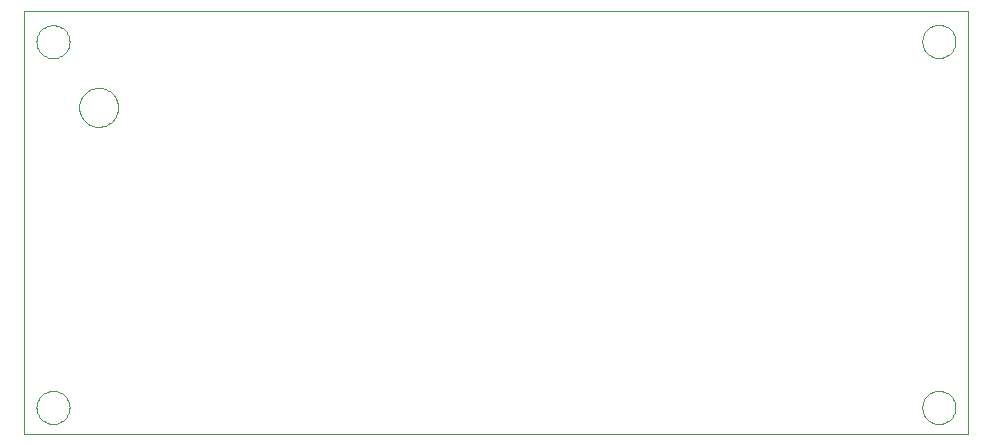
<source format=gbp>
G75*
%MOIN*%
%OFA0B0*%
%FSLAX24Y24*%
%IPPOS*%
%LPD*%
%AMOC8*
5,1,8,0,0,1.08239X$1,22.5*
%
%ADD10C,0.0000*%
D10*
X001150Y000844D02*
X001150Y014964D01*
X032642Y014964D01*
X032642Y000844D01*
X001150Y000844D01*
X001579Y001744D02*
X001581Y001791D01*
X001587Y001837D01*
X001597Y001883D01*
X001610Y001928D01*
X001628Y001971D01*
X001649Y002013D01*
X001673Y002053D01*
X001701Y002090D01*
X001732Y002125D01*
X001766Y002158D01*
X001802Y002187D01*
X001841Y002213D01*
X001882Y002236D01*
X001925Y002255D01*
X001969Y002271D01*
X002014Y002283D01*
X002060Y002291D01*
X002107Y002295D01*
X002153Y002295D01*
X002200Y002291D01*
X002246Y002283D01*
X002291Y002271D01*
X002335Y002255D01*
X002378Y002236D01*
X002419Y002213D01*
X002458Y002187D01*
X002494Y002158D01*
X002528Y002125D01*
X002559Y002090D01*
X002587Y002053D01*
X002611Y002013D01*
X002632Y001971D01*
X002650Y001928D01*
X002663Y001883D01*
X002673Y001837D01*
X002679Y001791D01*
X002681Y001744D01*
X002679Y001697D01*
X002673Y001651D01*
X002663Y001605D01*
X002650Y001560D01*
X002632Y001517D01*
X002611Y001475D01*
X002587Y001435D01*
X002559Y001398D01*
X002528Y001363D01*
X002494Y001330D01*
X002458Y001301D01*
X002419Y001275D01*
X002378Y001252D01*
X002335Y001233D01*
X002291Y001217D01*
X002246Y001205D01*
X002200Y001197D01*
X002153Y001193D01*
X002107Y001193D01*
X002060Y001197D01*
X002014Y001205D01*
X001969Y001217D01*
X001925Y001233D01*
X001882Y001252D01*
X001841Y001275D01*
X001802Y001301D01*
X001766Y001330D01*
X001732Y001363D01*
X001701Y001398D01*
X001673Y001435D01*
X001649Y001475D01*
X001628Y001517D01*
X001610Y001560D01*
X001597Y001605D01*
X001587Y001651D01*
X001581Y001697D01*
X001579Y001744D01*
X003000Y011744D02*
X003002Y011794D01*
X003008Y011844D01*
X003018Y011894D01*
X003031Y011942D01*
X003048Y011990D01*
X003069Y012036D01*
X003093Y012080D01*
X003121Y012122D01*
X003152Y012162D01*
X003186Y012199D01*
X003223Y012234D01*
X003262Y012265D01*
X003303Y012294D01*
X003347Y012319D01*
X003393Y012341D01*
X003440Y012359D01*
X003488Y012373D01*
X003537Y012384D01*
X003587Y012391D01*
X003637Y012394D01*
X003688Y012393D01*
X003738Y012388D01*
X003788Y012379D01*
X003836Y012367D01*
X003884Y012350D01*
X003930Y012330D01*
X003975Y012307D01*
X004018Y012280D01*
X004058Y012250D01*
X004096Y012217D01*
X004131Y012181D01*
X004164Y012142D01*
X004193Y012101D01*
X004219Y012058D01*
X004242Y012013D01*
X004261Y011966D01*
X004276Y011918D01*
X004288Y011869D01*
X004296Y011819D01*
X004300Y011769D01*
X004300Y011719D01*
X004296Y011669D01*
X004288Y011619D01*
X004276Y011570D01*
X004261Y011522D01*
X004242Y011475D01*
X004219Y011430D01*
X004193Y011387D01*
X004164Y011346D01*
X004131Y011307D01*
X004096Y011271D01*
X004058Y011238D01*
X004018Y011208D01*
X003975Y011181D01*
X003930Y011158D01*
X003884Y011138D01*
X003836Y011121D01*
X003788Y011109D01*
X003738Y011100D01*
X003688Y011095D01*
X003637Y011094D01*
X003587Y011097D01*
X003537Y011104D01*
X003488Y011115D01*
X003440Y011129D01*
X003393Y011147D01*
X003347Y011169D01*
X003303Y011194D01*
X003262Y011223D01*
X003223Y011254D01*
X003186Y011289D01*
X003152Y011326D01*
X003121Y011366D01*
X003093Y011408D01*
X003069Y011452D01*
X003048Y011498D01*
X003031Y011546D01*
X003018Y011594D01*
X003008Y011644D01*
X003002Y011694D01*
X003000Y011744D01*
X001579Y013934D02*
X001581Y013981D01*
X001587Y014027D01*
X001597Y014073D01*
X001610Y014118D01*
X001628Y014161D01*
X001649Y014203D01*
X001673Y014243D01*
X001701Y014280D01*
X001732Y014315D01*
X001766Y014348D01*
X001802Y014377D01*
X001841Y014403D01*
X001882Y014426D01*
X001925Y014445D01*
X001969Y014461D01*
X002014Y014473D01*
X002060Y014481D01*
X002107Y014485D01*
X002153Y014485D01*
X002200Y014481D01*
X002246Y014473D01*
X002291Y014461D01*
X002335Y014445D01*
X002378Y014426D01*
X002419Y014403D01*
X002458Y014377D01*
X002494Y014348D01*
X002528Y014315D01*
X002559Y014280D01*
X002587Y014243D01*
X002611Y014203D01*
X002632Y014161D01*
X002650Y014118D01*
X002663Y014073D01*
X002673Y014027D01*
X002679Y013981D01*
X002681Y013934D01*
X002679Y013887D01*
X002673Y013841D01*
X002663Y013795D01*
X002650Y013750D01*
X002632Y013707D01*
X002611Y013665D01*
X002587Y013625D01*
X002559Y013588D01*
X002528Y013553D01*
X002494Y013520D01*
X002458Y013491D01*
X002419Y013465D01*
X002378Y013442D01*
X002335Y013423D01*
X002291Y013407D01*
X002246Y013395D01*
X002200Y013387D01*
X002153Y013383D01*
X002107Y013383D01*
X002060Y013387D01*
X002014Y013395D01*
X001969Y013407D01*
X001925Y013423D01*
X001882Y013442D01*
X001841Y013465D01*
X001802Y013491D01*
X001766Y013520D01*
X001732Y013553D01*
X001701Y013588D01*
X001673Y013625D01*
X001649Y013665D01*
X001628Y013707D01*
X001610Y013750D01*
X001597Y013795D01*
X001587Y013841D01*
X001581Y013887D01*
X001579Y013934D01*
X031109Y013944D02*
X031111Y013991D01*
X031117Y014037D01*
X031127Y014083D01*
X031140Y014128D01*
X031158Y014171D01*
X031179Y014213D01*
X031203Y014253D01*
X031231Y014290D01*
X031262Y014325D01*
X031296Y014358D01*
X031332Y014387D01*
X031371Y014413D01*
X031412Y014436D01*
X031455Y014455D01*
X031499Y014471D01*
X031544Y014483D01*
X031590Y014491D01*
X031637Y014495D01*
X031683Y014495D01*
X031730Y014491D01*
X031776Y014483D01*
X031821Y014471D01*
X031865Y014455D01*
X031908Y014436D01*
X031949Y014413D01*
X031988Y014387D01*
X032024Y014358D01*
X032058Y014325D01*
X032089Y014290D01*
X032117Y014253D01*
X032141Y014213D01*
X032162Y014171D01*
X032180Y014128D01*
X032193Y014083D01*
X032203Y014037D01*
X032209Y013991D01*
X032211Y013944D01*
X032209Y013897D01*
X032203Y013851D01*
X032193Y013805D01*
X032180Y013760D01*
X032162Y013717D01*
X032141Y013675D01*
X032117Y013635D01*
X032089Y013598D01*
X032058Y013563D01*
X032024Y013530D01*
X031988Y013501D01*
X031949Y013475D01*
X031908Y013452D01*
X031865Y013433D01*
X031821Y013417D01*
X031776Y013405D01*
X031730Y013397D01*
X031683Y013393D01*
X031637Y013393D01*
X031590Y013397D01*
X031544Y013405D01*
X031499Y013417D01*
X031455Y013433D01*
X031412Y013452D01*
X031371Y013475D01*
X031332Y013501D01*
X031296Y013530D01*
X031262Y013563D01*
X031231Y013598D01*
X031203Y013635D01*
X031179Y013675D01*
X031158Y013717D01*
X031140Y013760D01*
X031127Y013805D01*
X031117Y013851D01*
X031111Y013897D01*
X031109Y013944D01*
X031109Y001744D02*
X031111Y001791D01*
X031117Y001837D01*
X031127Y001883D01*
X031140Y001928D01*
X031158Y001971D01*
X031179Y002013D01*
X031203Y002053D01*
X031231Y002090D01*
X031262Y002125D01*
X031296Y002158D01*
X031332Y002187D01*
X031371Y002213D01*
X031412Y002236D01*
X031455Y002255D01*
X031499Y002271D01*
X031544Y002283D01*
X031590Y002291D01*
X031637Y002295D01*
X031683Y002295D01*
X031730Y002291D01*
X031776Y002283D01*
X031821Y002271D01*
X031865Y002255D01*
X031908Y002236D01*
X031949Y002213D01*
X031988Y002187D01*
X032024Y002158D01*
X032058Y002125D01*
X032089Y002090D01*
X032117Y002053D01*
X032141Y002013D01*
X032162Y001971D01*
X032180Y001928D01*
X032193Y001883D01*
X032203Y001837D01*
X032209Y001791D01*
X032211Y001744D01*
X032209Y001697D01*
X032203Y001651D01*
X032193Y001605D01*
X032180Y001560D01*
X032162Y001517D01*
X032141Y001475D01*
X032117Y001435D01*
X032089Y001398D01*
X032058Y001363D01*
X032024Y001330D01*
X031988Y001301D01*
X031949Y001275D01*
X031908Y001252D01*
X031865Y001233D01*
X031821Y001217D01*
X031776Y001205D01*
X031730Y001197D01*
X031683Y001193D01*
X031637Y001193D01*
X031590Y001197D01*
X031544Y001205D01*
X031499Y001217D01*
X031455Y001233D01*
X031412Y001252D01*
X031371Y001275D01*
X031332Y001301D01*
X031296Y001330D01*
X031262Y001363D01*
X031231Y001398D01*
X031203Y001435D01*
X031179Y001475D01*
X031158Y001517D01*
X031140Y001560D01*
X031127Y001605D01*
X031117Y001651D01*
X031111Y001697D01*
X031109Y001744D01*
M02*

</source>
